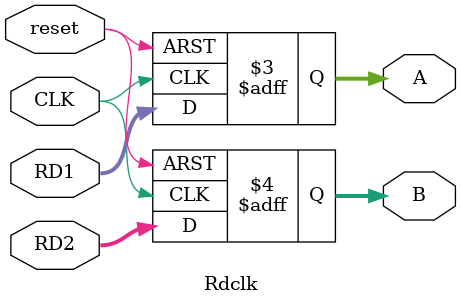
<source format=v>
`timescale 1ns / 1ps


module Rdclk(CLK,reset,RD1,RD2,A,B

    );
    input CLK,reset;
    input [31:0]RD1,RD2;
    output reg [31:0]A,B;
    always@(posedge CLK or negedge reset)
    begin
    if(!reset)
    begin
    A=32'b0;
    B=32'b0;
    end
    else
    begin
    A=RD1;
    B=RD2;
    end
    end
endmodule

</source>
